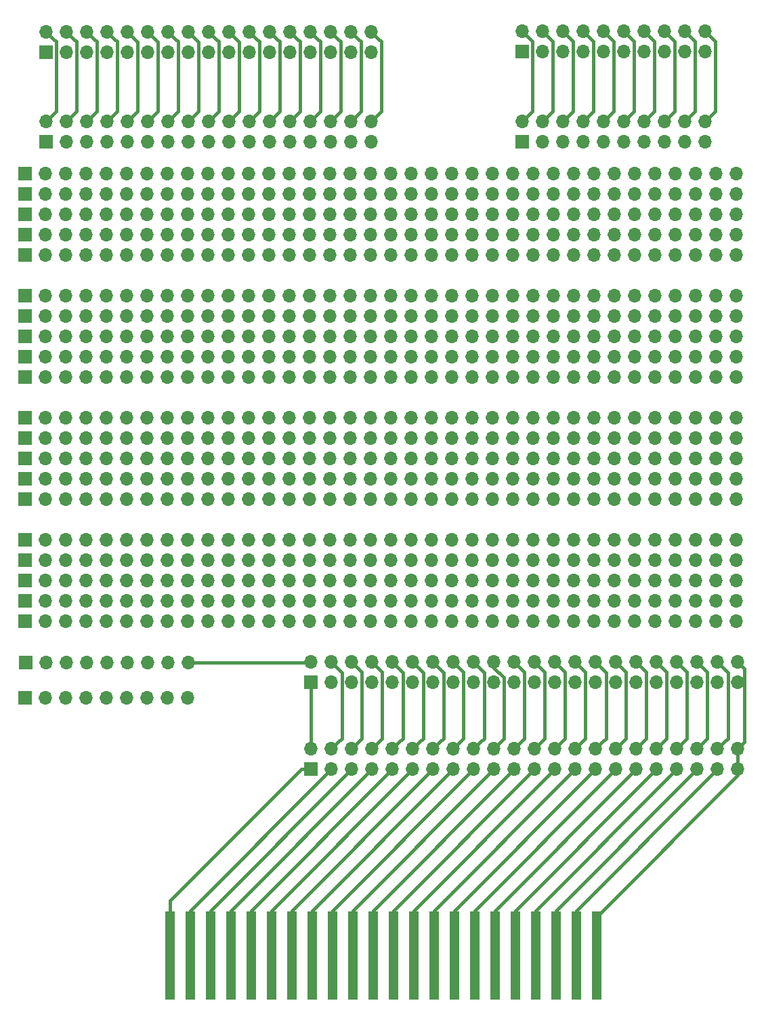
<source format=gbr>
G04 #@! TF.GenerationSoftware,KiCad,Pcbnew,(5.1.2-1)-1*
G04 #@! TF.CreationDate,2022-07-30T23:34:54+02:00*
G04 #@! TF.ProjectId,ElectronBreadBoard,456c6563-7472-46f6-9e42-72656164426f,rev?*
G04 #@! TF.SameCoordinates,Original*
G04 #@! TF.FileFunction,Copper,L1,Top*
G04 #@! TF.FilePolarity,Positive*
%FSLAX46Y46*%
G04 Gerber Fmt 4.6, Leading zero omitted, Abs format (unit mm)*
G04 Created by KiCad (PCBNEW (5.1.2-1)-1) date 2022-07-30 23:34:54*
%MOMM*%
%LPD*%
G04 APERTURE LIST*
%ADD10R,1.270000X11.000000*%
%ADD11O,1.700000X1.700000*%
%ADD12R,1.700000X1.700000*%
%ADD13C,0.400000*%
%ADD14C,0.250000*%
G04 APERTURE END LIST*
D10*
X137965000Y-171750000D03*
X135425000Y-171750000D03*
X132885000Y-171750000D03*
X130345000Y-171750000D03*
X127805000Y-171750000D03*
X125265000Y-171750000D03*
X122725000Y-171750000D03*
X120185000Y-171750000D03*
X117645000Y-171750000D03*
X115105000Y-171750000D03*
X112565000Y-171750000D03*
X110025000Y-171750000D03*
X107485000Y-171750000D03*
X104945000Y-171750000D03*
X102405000Y-171750000D03*
X99865000Y-171750000D03*
X97325000Y-171750000D03*
X94785000Y-171750000D03*
X92245000Y-171750000D03*
X89705000Y-171750000D03*
X87165000Y-171750000D03*
X84625000Y-171750000D03*
D11*
X155630000Y-145940000D03*
X155630000Y-148480000D03*
X153090000Y-145940000D03*
X153090000Y-148480000D03*
X150550000Y-145940000D03*
X150550000Y-148480000D03*
X148010000Y-145940000D03*
X148010000Y-148480000D03*
X145470000Y-145940000D03*
X145470000Y-148480000D03*
X142930000Y-145940000D03*
X142930000Y-148480000D03*
X140390000Y-145940000D03*
X140390000Y-148480000D03*
X137850000Y-145940000D03*
X137850000Y-148480000D03*
X135310000Y-145940000D03*
X135310000Y-148480000D03*
X132770000Y-145940000D03*
X132770000Y-148480000D03*
X130230000Y-145940000D03*
X130230000Y-148480000D03*
X127690000Y-145940000D03*
X127690000Y-148480000D03*
X125150000Y-145940000D03*
X125150000Y-148480000D03*
X122610000Y-145940000D03*
X122610000Y-148480000D03*
X120070000Y-145940000D03*
X120070000Y-148480000D03*
X117530000Y-145940000D03*
X117530000Y-148480000D03*
X114990000Y-145940000D03*
X114990000Y-148480000D03*
X112450000Y-145940000D03*
X112450000Y-148480000D03*
X109910000Y-145940000D03*
X109910000Y-148480000D03*
X107370000Y-145940000D03*
X107370000Y-148480000D03*
X104830000Y-145940000D03*
X104830000Y-148480000D03*
X102290000Y-145940000D03*
D12*
X102290000Y-148480000D03*
D11*
X86850000Y-139610000D03*
X84310000Y-139610000D03*
X81770000Y-139610000D03*
X79230000Y-139610000D03*
X76690000Y-139610000D03*
X74150000Y-139610000D03*
X71610000Y-139610000D03*
X69070000Y-139610000D03*
D12*
X66530000Y-139610000D03*
D11*
X86890000Y-135140000D03*
X84350000Y-135140000D03*
X81810000Y-135140000D03*
X79270000Y-135140000D03*
X76730000Y-135140000D03*
X74190000Y-135140000D03*
X71650000Y-135140000D03*
X69110000Y-135140000D03*
D12*
X66570000Y-135140000D03*
D11*
X109780000Y-56390000D03*
X109780000Y-58930000D03*
X107240000Y-56390000D03*
X107240000Y-58930000D03*
X104700000Y-56390000D03*
X104700000Y-58930000D03*
X102160000Y-56390000D03*
X102160000Y-58930000D03*
X99620000Y-56390000D03*
X99620000Y-58930000D03*
X97080000Y-56390000D03*
X97080000Y-58930000D03*
X94540000Y-56390000D03*
X94540000Y-58930000D03*
X92000000Y-56390000D03*
X92000000Y-58930000D03*
X89460000Y-56390000D03*
X89460000Y-58930000D03*
X86920000Y-56390000D03*
X86920000Y-58930000D03*
X84380000Y-56390000D03*
X84380000Y-58930000D03*
X81840000Y-56390000D03*
X81840000Y-58930000D03*
X79300000Y-56390000D03*
X79300000Y-58930000D03*
X76760000Y-56390000D03*
X76760000Y-58930000D03*
X74220000Y-56390000D03*
X74220000Y-58930000D03*
X71680000Y-56390000D03*
X71680000Y-58930000D03*
X69140000Y-56390000D03*
D12*
X69140000Y-58930000D03*
D11*
X155430000Y-74160000D03*
X152890000Y-74160000D03*
X150350000Y-74160000D03*
X147810000Y-74160000D03*
X145270000Y-74160000D03*
X142730000Y-74160000D03*
X140190000Y-74160000D03*
X137650000Y-74160000D03*
X135110000Y-74160000D03*
X132570000Y-74160000D03*
X130030000Y-74160000D03*
X127490000Y-74160000D03*
X124950000Y-74160000D03*
X122410000Y-74160000D03*
X119870000Y-74160000D03*
X117330000Y-74160000D03*
X114790000Y-74160000D03*
X112250000Y-74160000D03*
X109710000Y-74160000D03*
X107170000Y-74160000D03*
X104630000Y-74160000D03*
X102090000Y-74160000D03*
X99550000Y-74160000D03*
X97010000Y-74160000D03*
X94470000Y-74160000D03*
X91930000Y-74160000D03*
X89390000Y-74160000D03*
X86850000Y-74160000D03*
X84310000Y-74160000D03*
X81770000Y-74160000D03*
X79230000Y-74160000D03*
X76690000Y-74160000D03*
X74150000Y-74160000D03*
X71610000Y-74160000D03*
X69070000Y-74160000D03*
D12*
X66530000Y-74160000D03*
D11*
X155430000Y-89400000D03*
X152890000Y-89400000D03*
X150350000Y-89400000D03*
X147810000Y-89400000D03*
X145270000Y-89400000D03*
X142730000Y-89400000D03*
X140190000Y-89400000D03*
X137650000Y-89400000D03*
X135110000Y-89400000D03*
X132570000Y-89400000D03*
X130030000Y-89400000D03*
X127490000Y-89400000D03*
X124950000Y-89400000D03*
X122410000Y-89400000D03*
X119870000Y-89400000D03*
X117330000Y-89400000D03*
X114790000Y-89400000D03*
X112250000Y-89400000D03*
X109710000Y-89400000D03*
X107170000Y-89400000D03*
X104630000Y-89400000D03*
X102090000Y-89400000D03*
X99550000Y-89400000D03*
X97010000Y-89400000D03*
X94470000Y-89400000D03*
X91930000Y-89400000D03*
X89390000Y-89400000D03*
X86850000Y-89400000D03*
X84310000Y-89400000D03*
X81770000Y-89400000D03*
X79230000Y-89400000D03*
X76690000Y-89400000D03*
X74150000Y-89400000D03*
X71610000Y-89400000D03*
X69070000Y-89400000D03*
D12*
X66530000Y-89400000D03*
D11*
X155420000Y-76700000D03*
X152880000Y-76700000D03*
X150340000Y-76700000D03*
X147800000Y-76700000D03*
X145260000Y-76700000D03*
X142720000Y-76700000D03*
X140180000Y-76700000D03*
X137640000Y-76700000D03*
X135100000Y-76700000D03*
X132560000Y-76700000D03*
X130020000Y-76700000D03*
X127480000Y-76700000D03*
X124940000Y-76700000D03*
X122400000Y-76700000D03*
X119860000Y-76700000D03*
X117320000Y-76700000D03*
X114780000Y-76700000D03*
X112240000Y-76700000D03*
X109700000Y-76700000D03*
X107160000Y-76700000D03*
X104620000Y-76700000D03*
X102080000Y-76700000D03*
X99540000Y-76700000D03*
X97000000Y-76700000D03*
X94460000Y-76700000D03*
X91920000Y-76700000D03*
X89380000Y-76700000D03*
X86840000Y-76700000D03*
X84300000Y-76700000D03*
X81760000Y-76700000D03*
X79220000Y-76700000D03*
X76680000Y-76700000D03*
X74140000Y-76700000D03*
X71600000Y-76700000D03*
X69060000Y-76700000D03*
D12*
X66520000Y-76700000D03*
D11*
X155430000Y-91940000D03*
X152890000Y-91940000D03*
X150350000Y-91940000D03*
X147810000Y-91940000D03*
X145270000Y-91940000D03*
X142730000Y-91940000D03*
X140190000Y-91940000D03*
X137650000Y-91940000D03*
X135110000Y-91940000D03*
X132570000Y-91940000D03*
X130030000Y-91940000D03*
X127490000Y-91940000D03*
X124950000Y-91940000D03*
X122410000Y-91940000D03*
X119870000Y-91940000D03*
X117330000Y-91940000D03*
X114790000Y-91940000D03*
X112250000Y-91940000D03*
X109710000Y-91940000D03*
X107170000Y-91940000D03*
X104630000Y-91940000D03*
X102090000Y-91940000D03*
X99550000Y-91940000D03*
X97010000Y-91940000D03*
X94470000Y-91940000D03*
X91930000Y-91940000D03*
X89390000Y-91940000D03*
X86850000Y-91940000D03*
X84310000Y-91940000D03*
X81770000Y-91940000D03*
X79230000Y-91940000D03*
X76690000Y-91940000D03*
X74150000Y-91940000D03*
X71610000Y-91940000D03*
X69070000Y-91940000D03*
D12*
X66530000Y-91940000D03*
D11*
X155430000Y-79240000D03*
X152890000Y-79240000D03*
X150350000Y-79240000D03*
X147810000Y-79240000D03*
X145270000Y-79240000D03*
X142730000Y-79240000D03*
X140190000Y-79240000D03*
X137650000Y-79240000D03*
X135110000Y-79240000D03*
X132570000Y-79240000D03*
X130030000Y-79240000D03*
X127490000Y-79240000D03*
X124950000Y-79240000D03*
X122410000Y-79240000D03*
X119870000Y-79240000D03*
X117330000Y-79240000D03*
X114790000Y-79240000D03*
X112250000Y-79240000D03*
X109710000Y-79240000D03*
X107170000Y-79240000D03*
X104630000Y-79240000D03*
X102090000Y-79240000D03*
X99550000Y-79240000D03*
X97010000Y-79240000D03*
X94470000Y-79240000D03*
X91930000Y-79240000D03*
X89390000Y-79240000D03*
X86850000Y-79240000D03*
X84310000Y-79240000D03*
X81770000Y-79240000D03*
X79230000Y-79240000D03*
X76690000Y-79240000D03*
X74150000Y-79240000D03*
X71610000Y-79240000D03*
X69070000Y-79240000D03*
D12*
X66530000Y-79240000D03*
D11*
X155430000Y-94480000D03*
X152890000Y-94480000D03*
X150350000Y-94480000D03*
X147810000Y-94480000D03*
X145270000Y-94480000D03*
X142730000Y-94480000D03*
X140190000Y-94480000D03*
X137650000Y-94480000D03*
X135110000Y-94480000D03*
X132570000Y-94480000D03*
X130030000Y-94480000D03*
X127490000Y-94480000D03*
X124950000Y-94480000D03*
X122410000Y-94480000D03*
X119870000Y-94480000D03*
X117330000Y-94480000D03*
X114790000Y-94480000D03*
X112250000Y-94480000D03*
X109710000Y-94480000D03*
X107170000Y-94480000D03*
X104630000Y-94480000D03*
X102090000Y-94480000D03*
X99550000Y-94480000D03*
X97010000Y-94480000D03*
X94470000Y-94480000D03*
X91930000Y-94480000D03*
X89390000Y-94480000D03*
X86850000Y-94480000D03*
X84310000Y-94480000D03*
X81770000Y-94480000D03*
X79230000Y-94480000D03*
X76690000Y-94480000D03*
X74150000Y-94480000D03*
X71610000Y-94480000D03*
X69070000Y-94480000D03*
D12*
X66530000Y-94480000D03*
D11*
X155430000Y-81780000D03*
X152890000Y-81780000D03*
X150350000Y-81780000D03*
X147810000Y-81780000D03*
X145270000Y-81780000D03*
X142730000Y-81780000D03*
X140190000Y-81780000D03*
X137650000Y-81780000D03*
X135110000Y-81780000D03*
X132570000Y-81780000D03*
X130030000Y-81780000D03*
X127490000Y-81780000D03*
X124950000Y-81780000D03*
X122410000Y-81780000D03*
X119870000Y-81780000D03*
X117330000Y-81780000D03*
X114790000Y-81780000D03*
X112250000Y-81780000D03*
X109710000Y-81780000D03*
X107170000Y-81780000D03*
X104630000Y-81780000D03*
X102090000Y-81780000D03*
X99550000Y-81780000D03*
X97010000Y-81780000D03*
X94470000Y-81780000D03*
X91930000Y-81780000D03*
X89390000Y-81780000D03*
X86850000Y-81780000D03*
X84310000Y-81780000D03*
X81770000Y-81780000D03*
X79230000Y-81780000D03*
X76690000Y-81780000D03*
X74150000Y-81780000D03*
X71610000Y-81780000D03*
X69070000Y-81780000D03*
D12*
X66530000Y-81780000D03*
D11*
X155430000Y-97020000D03*
X152890000Y-97020000D03*
X150350000Y-97020000D03*
X147810000Y-97020000D03*
X145270000Y-97020000D03*
X142730000Y-97020000D03*
X140190000Y-97020000D03*
X137650000Y-97020000D03*
X135110000Y-97020000D03*
X132570000Y-97020000D03*
X130030000Y-97020000D03*
X127490000Y-97020000D03*
X124950000Y-97020000D03*
X122410000Y-97020000D03*
X119870000Y-97020000D03*
X117330000Y-97020000D03*
X114790000Y-97020000D03*
X112250000Y-97020000D03*
X109710000Y-97020000D03*
X107170000Y-97020000D03*
X104630000Y-97020000D03*
X102090000Y-97020000D03*
X99550000Y-97020000D03*
X97010000Y-97020000D03*
X94470000Y-97020000D03*
X91930000Y-97020000D03*
X89390000Y-97020000D03*
X86850000Y-97020000D03*
X84310000Y-97020000D03*
X81770000Y-97020000D03*
X79230000Y-97020000D03*
X76690000Y-97020000D03*
X74150000Y-97020000D03*
X71610000Y-97020000D03*
X69070000Y-97020000D03*
D12*
X66530000Y-97020000D03*
D11*
X155430000Y-84320000D03*
X152890000Y-84320000D03*
X150350000Y-84320000D03*
X147810000Y-84320000D03*
X145270000Y-84320000D03*
X142730000Y-84320000D03*
X140190000Y-84320000D03*
X137650000Y-84320000D03*
X135110000Y-84320000D03*
X132570000Y-84320000D03*
X130030000Y-84320000D03*
X127490000Y-84320000D03*
X124950000Y-84320000D03*
X122410000Y-84320000D03*
X119870000Y-84320000D03*
X117330000Y-84320000D03*
X114790000Y-84320000D03*
X112250000Y-84320000D03*
X109710000Y-84320000D03*
X107170000Y-84320000D03*
X104630000Y-84320000D03*
X102090000Y-84320000D03*
X99550000Y-84320000D03*
X97010000Y-84320000D03*
X94470000Y-84320000D03*
X91930000Y-84320000D03*
X89390000Y-84320000D03*
X86850000Y-84320000D03*
X84310000Y-84320000D03*
X81770000Y-84320000D03*
X79230000Y-84320000D03*
X76690000Y-84320000D03*
X74150000Y-84320000D03*
X71610000Y-84320000D03*
X69070000Y-84320000D03*
D12*
X66530000Y-84320000D03*
D11*
X155430000Y-99560000D03*
X152890000Y-99560000D03*
X150350000Y-99560000D03*
X147810000Y-99560000D03*
X145270000Y-99560000D03*
X142730000Y-99560000D03*
X140190000Y-99560000D03*
X137650000Y-99560000D03*
X135110000Y-99560000D03*
X132570000Y-99560000D03*
X130030000Y-99560000D03*
X127490000Y-99560000D03*
X124950000Y-99560000D03*
X122410000Y-99560000D03*
X119870000Y-99560000D03*
X117330000Y-99560000D03*
X114790000Y-99560000D03*
X112250000Y-99560000D03*
X109710000Y-99560000D03*
X107170000Y-99560000D03*
X104630000Y-99560000D03*
X102090000Y-99560000D03*
X99550000Y-99560000D03*
X97010000Y-99560000D03*
X94470000Y-99560000D03*
X91930000Y-99560000D03*
X89390000Y-99560000D03*
X86850000Y-99560000D03*
X84310000Y-99560000D03*
X81770000Y-99560000D03*
X79230000Y-99560000D03*
X76690000Y-99560000D03*
X74150000Y-99560000D03*
X71610000Y-99560000D03*
X69070000Y-99560000D03*
D12*
X66530000Y-99560000D03*
D11*
X155430000Y-104640000D03*
X152890000Y-104640000D03*
X150350000Y-104640000D03*
X147810000Y-104640000D03*
X145270000Y-104640000D03*
X142730000Y-104640000D03*
X140190000Y-104640000D03*
X137650000Y-104640000D03*
X135110000Y-104640000D03*
X132570000Y-104640000D03*
X130030000Y-104640000D03*
X127490000Y-104640000D03*
X124950000Y-104640000D03*
X122410000Y-104640000D03*
X119870000Y-104640000D03*
X117330000Y-104640000D03*
X114790000Y-104640000D03*
X112250000Y-104640000D03*
X109710000Y-104640000D03*
X107170000Y-104640000D03*
X104630000Y-104640000D03*
X102090000Y-104640000D03*
X99550000Y-104640000D03*
X97010000Y-104640000D03*
X94470000Y-104640000D03*
X91930000Y-104640000D03*
X89390000Y-104640000D03*
X86850000Y-104640000D03*
X84310000Y-104640000D03*
X81770000Y-104640000D03*
X79230000Y-104640000D03*
X76690000Y-104640000D03*
X74150000Y-104640000D03*
X71610000Y-104640000D03*
X69070000Y-104640000D03*
D12*
X66530000Y-104640000D03*
D11*
X155430000Y-119880000D03*
X152890000Y-119880000D03*
X150350000Y-119880000D03*
X147810000Y-119880000D03*
X145270000Y-119880000D03*
X142730000Y-119880000D03*
X140190000Y-119880000D03*
X137650000Y-119880000D03*
X135110000Y-119880000D03*
X132570000Y-119880000D03*
X130030000Y-119880000D03*
X127490000Y-119880000D03*
X124950000Y-119880000D03*
X122410000Y-119880000D03*
X119870000Y-119880000D03*
X117330000Y-119880000D03*
X114790000Y-119880000D03*
X112250000Y-119880000D03*
X109710000Y-119880000D03*
X107170000Y-119880000D03*
X104630000Y-119880000D03*
X102090000Y-119880000D03*
X99550000Y-119880000D03*
X97010000Y-119880000D03*
X94470000Y-119880000D03*
X91930000Y-119880000D03*
X89390000Y-119880000D03*
X86850000Y-119880000D03*
X84310000Y-119880000D03*
X81770000Y-119880000D03*
X79230000Y-119880000D03*
X76690000Y-119880000D03*
X74150000Y-119880000D03*
X71610000Y-119880000D03*
X69070000Y-119880000D03*
D12*
X66530000Y-119880000D03*
D11*
X155430000Y-107180000D03*
X152890000Y-107180000D03*
X150350000Y-107180000D03*
X147810000Y-107180000D03*
X145270000Y-107180000D03*
X142730000Y-107180000D03*
X140190000Y-107180000D03*
X137650000Y-107180000D03*
X135110000Y-107180000D03*
X132570000Y-107180000D03*
X130030000Y-107180000D03*
X127490000Y-107180000D03*
X124950000Y-107180000D03*
X122410000Y-107180000D03*
X119870000Y-107180000D03*
X117330000Y-107180000D03*
X114790000Y-107180000D03*
X112250000Y-107180000D03*
X109710000Y-107180000D03*
X107170000Y-107180000D03*
X104630000Y-107180000D03*
X102090000Y-107180000D03*
X99550000Y-107180000D03*
X97010000Y-107180000D03*
X94470000Y-107180000D03*
X91930000Y-107180000D03*
X89390000Y-107180000D03*
X86850000Y-107180000D03*
X84310000Y-107180000D03*
X81770000Y-107180000D03*
X79230000Y-107180000D03*
X76690000Y-107180000D03*
X74150000Y-107180000D03*
X71610000Y-107180000D03*
X69070000Y-107180000D03*
D12*
X66530000Y-107180000D03*
D11*
X155430000Y-122420000D03*
X152890000Y-122420000D03*
X150350000Y-122420000D03*
X147810000Y-122420000D03*
X145270000Y-122420000D03*
X142730000Y-122420000D03*
X140190000Y-122420000D03*
X137650000Y-122420000D03*
X135110000Y-122420000D03*
X132570000Y-122420000D03*
X130030000Y-122420000D03*
X127490000Y-122420000D03*
X124950000Y-122420000D03*
X122410000Y-122420000D03*
X119870000Y-122420000D03*
X117330000Y-122420000D03*
X114790000Y-122420000D03*
X112250000Y-122420000D03*
X109710000Y-122420000D03*
X107170000Y-122420000D03*
X104630000Y-122420000D03*
X102090000Y-122420000D03*
X99550000Y-122420000D03*
X97010000Y-122420000D03*
X94470000Y-122420000D03*
X91930000Y-122420000D03*
X89390000Y-122420000D03*
X86850000Y-122420000D03*
X84310000Y-122420000D03*
X81770000Y-122420000D03*
X79230000Y-122420000D03*
X76690000Y-122420000D03*
X74150000Y-122420000D03*
X71610000Y-122420000D03*
X69070000Y-122420000D03*
D12*
X66530000Y-122420000D03*
D11*
X155430000Y-109720000D03*
X152890000Y-109720000D03*
X150350000Y-109720000D03*
X147810000Y-109720000D03*
X145270000Y-109720000D03*
X142730000Y-109720000D03*
X140190000Y-109720000D03*
X137650000Y-109720000D03*
X135110000Y-109720000D03*
X132570000Y-109720000D03*
X130030000Y-109720000D03*
X127490000Y-109720000D03*
X124950000Y-109720000D03*
X122410000Y-109720000D03*
X119870000Y-109720000D03*
X117330000Y-109720000D03*
X114790000Y-109720000D03*
X112250000Y-109720000D03*
X109710000Y-109720000D03*
X107170000Y-109720000D03*
X104630000Y-109720000D03*
X102090000Y-109720000D03*
X99550000Y-109720000D03*
X97010000Y-109720000D03*
X94470000Y-109720000D03*
X91930000Y-109720000D03*
X89390000Y-109720000D03*
X86850000Y-109720000D03*
X84310000Y-109720000D03*
X81770000Y-109720000D03*
X79230000Y-109720000D03*
X76690000Y-109720000D03*
X74150000Y-109720000D03*
X71610000Y-109720000D03*
X69070000Y-109720000D03*
D12*
X66530000Y-109720000D03*
D11*
X155430000Y-124960000D03*
X152890000Y-124960000D03*
X150350000Y-124960000D03*
X147810000Y-124960000D03*
X145270000Y-124960000D03*
X142730000Y-124960000D03*
X140190000Y-124960000D03*
X137650000Y-124960000D03*
X135110000Y-124960000D03*
X132570000Y-124960000D03*
X130030000Y-124960000D03*
X127490000Y-124960000D03*
X124950000Y-124960000D03*
X122410000Y-124960000D03*
X119870000Y-124960000D03*
X117330000Y-124960000D03*
X114790000Y-124960000D03*
X112250000Y-124960000D03*
X109710000Y-124960000D03*
X107170000Y-124960000D03*
X104630000Y-124960000D03*
X102090000Y-124960000D03*
X99550000Y-124960000D03*
X97010000Y-124960000D03*
X94470000Y-124960000D03*
X91930000Y-124960000D03*
X89390000Y-124960000D03*
X86850000Y-124960000D03*
X84310000Y-124960000D03*
X81770000Y-124960000D03*
X79230000Y-124960000D03*
X76690000Y-124960000D03*
X74150000Y-124960000D03*
X71610000Y-124960000D03*
X69070000Y-124960000D03*
D12*
X66530000Y-124960000D03*
D11*
X155430000Y-112260000D03*
X152890000Y-112260000D03*
X150350000Y-112260000D03*
X147810000Y-112260000D03*
X145270000Y-112260000D03*
X142730000Y-112260000D03*
X140190000Y-112260000D03*
X137650000Y-112260000D03*
X135110000Y-112260000D03*
X132570000Y-112260000D03*
X130030000Y-112260000D03*
X127490000Y-112260000D03*
X124950000Y-112260000D03*
X122410000Y-112260000D03*
X119870000Y-112260000D03*
X117330000Y-112260000D03*
X114790000Y-112260000D03*
X112250000Y-112260000D03*
X109710000Y-112260000D03*
X107170000Y-112260000D03*
X104630000Y-112260000D03*
X102090000Y-112260000D03*
X99550000Y-112260000D03*
X97010000Y-112260000D03*
X94470000Y-112260000D03*
X91930000Y-112260000D03*
X89390000Y-112260000D03*
X86850000Y-112260000D03*
X84310000Y-112260000D03*
X81770000Y-112260000D03*
X79230000Y-112260000D03*
X76690000Y-112260000D03*
X74150000Y-112260000D03*
X71610000Y-112260000D03*
X69070000Y-112260000D03*
D12*
X66530000Y-112260000D03*
D11*
X155430000Y-127500000D03*
X152890000Y-127500000D03*
X150350000Y-127500000D03*
X147810000Y-127500000D03*
X145270000Y-127500000D03*
X142730000Y-127500000D03*
X140190000Y-127500000D03*
X137650000Y-127500000D03*
X135110000Y-127500000D03*
X132570000Y-127500000D03*
X130030000Y-127500000D03*
X127490000Y-127500000D03*
X124950000Y-127500000D03*
X122410000Y-127500000D03*
X119870000Y-127500000D03*
X117330000Y-127500000D03*
X114790000Y-127500000D03*
X112250000Y-127500000D03*
X109710000Y-127500000D03*
X107170000Y-127500000D03*
X104630000Y-127500000D03*
X102090000Y-127500000D03*
X99550000Y-127500000D03*
X97010000Y-127500000D03*
X94470000Y-127500000D03*
X91930000Y-127500000D03*
X89390000Y-127500000D03*
X86850000Y-127500000D03*
X84310000Y-127500000D03*
X81770000Y-127500000D03*
X79230000Y-127500000D03*
X76690000Y-127500000D03*
X74150000Y-127500000D03*
X71610000Y-127500000D03*
X69070000Y-127500000D03*
D12*
X66530000Y-127500000D03*
D11*
X155430000Y-114800000D03*
X152890000Y-114800000D03*
X150350000Y-114800000D03*
X147810000Y-114800000D03*
X145270000Y-114800000D03*
X142730000Y-114800000D03*
X140190000Y-114800000D03*
X137650000Y-114800000D03*
X135110000Y-114800000D03*
X132570000Y-114800000D03*
X130030000Y-114800000D03*
X127490000Y-114800000D03*
X124950000Y-114800000D03*
X122410000Y-114800000D03*
X119870000Y-114800000D03*
X117330000Y-114800000D03*
X114790000Y-114800000D03*
X112250000Y-114800000D03*
X109710000Y-114800000D03*
X107170000Y-114800000D03*
X104630000Y-114800000D03*
X102090000Y-114800000D03*
X99550000Y-114800000D03*
X97010000Y-114800000D03*
X94470000Y-114800000D03*
X91930000Y-114800000D03*
X89390000Y-114800000D03*
X86850000Y-114800000D03*
X84310000Y-114800000D03*
X81770000Y-114800000D03*
X79230000Y-114800000D03*
X76690000Y-114800000D03*
X74150000Y-114800000D03*
X71610000Y-114800000D03*
X69070000Y-114800000D03*
D12*
X66530000Y-114800000D03*
D11*
X155430000Y-130040000D03*
X152890000Y-130040000D03*
X150350000Y-130040000D03*
X147810000Y-130040000D03*
X145270000Y-130040000D03*
X142730000Y-130040000D03*
X140190000Y-130040000D03*
X137650000Y-130040000D03*
X135110000Y-130040000D03*
X132570000Y-130040000D03*
X130030000Y-130040000D03*
X127490000Y-130040000D03*
X124950000Y-130040000D03*
X122410000Y-130040000D03*
X119870000Y-130040000D03*
X117330000Y-130040000D03*
X114790000Y-130040000D03*
X112250000Y-130040000D03*
X109710000Y-130040000D03*
X107170000Y-130040000D03*
X104630000Y-130040000D03*
X102090000Y-130040000D03*
X99550000Y-130040000D03*
X97010000Y-130040000D03*
X94470000Y-130040000D03*
X91930000Y-130040000D03*
X89390000Y-130040000D03*
X86850000Y-130040000D03*
X84310000Y-130040000D03*
X81770000Y-130040000D03*
X79230000Y-130040000D03*
X76690000Y-130040000D03*
X74150000Y-130040000D03*
X71610000Y-130040000D03*
X69070000Y-130040000D03*
D12*
X66530000Y-130040000D03*
D11*
X151540000Y-67620000D03*
X151540000Y-70160000D03*
X149000000Y-67620000D03*
X149000000Y-70160000D03*
X146460000Y-67620000D03*
X146460000Y-70160000D03*
X143920000Y-67620000D03*
X143920000Y-70160000D03*
X141380000Y-67620000D03*
X141380000Y-70160000D03*
X138840000Y-67620000D03*
X138840000Y-70160000D03*
X136300000Y-67620000D03*
X136300000Y-70160000D03*
X133760000Y-67620000D03*
X133760000Y-70160000D03*
X131220000Y-67620000D03*
X131220000Y-70160000D03*
X128680000Y-67620000D03*
D12*
X128680000Y-70160000D03*
D11*
X151540000Y-56360000D03*
X151540000Y-58900000D03*
X149000000Y-56360000D03*
X149000000Y-58900000D03*
X146460000Y-56360000D03*
X146460000Y-58900000D03*
X143920000Y-56360000D03*
X143920000Y-58900000D03*
X141380000Y-56360000D03*
X141380000Y-58900000D03*
X138840000Y-56360000D03*
X138840000Y-58900000D03*
X136300000Y-56360000D03*
X136300000Y-58900000D03*
X133760000Y-56360000D03*
X133760000Y-58900000D03*
X131220000Y-56360000D03*
X131220000Y-58900000D03*
X128680000Y-56360000D03*
D12*
X128680000Y-58900000D03*
D11*
X109780000Y-67620000D03*
X109780000Y-70160000D03*
X107240000Y-67620000D03*
X107240000Y-70160000D03*
X104700000Y-67620000D03*
X104700000Y-70160000D03*
X102160000Y-67620000D03*
X102160000Y-70160000D03*
X99620000Y-67620000D03*
X99620000Y-70160000D03*
X97080000Y-67620000D03*
X97080000Y-70160000D03*
X94540000Y-67620000D03*
X94540000Y-70160000D03*
X92000000Y-67620000D03*
X92000000Y-70160000D03*
X89460000Y-67620000D03*
X89460000Y-70160000D03*
X86920000Y-67620000D03*
X86920000Y-70160000D03*
X84380000Y-67620000D03*
X84380000Y-70160000D03*
X81840000Y-67620000D03*
X81840000Y-70160000D03*
X79300000Y-67620000D03*
X79300000Y-70160000D03*
X76760000Y-67620000D03*
X76760000Y-70160000D03*
X74220000Y-67620000D03*
X74220000Y-70160000D03*
X71680000Y-67620000D03*
X71680000Y-70160000D03*
X69140000Y-67620000D03*
D12*
X69140000Y-70160000D03*
D11*
X155630000Y-135120000D03*
X155630000Y-137660000D03*
X153090000Y-135120000D03*
X153090000Y-137660000D03*
X150550000Y-135120000D03*
X150550000Y-137660000D03*
X148010000Y-135120000D03*
X148010000Y-137660000D03*
X145470000Y-135120000D03*
X145470000Y-137660000D03*
X142930000Y-135120000D03*
X142930000Y-137660000D03*
X140390000Y-135120000D03*
X140390000Y-137660000D03*
X137850000Y-135120000D03*
X137850000Y-137660000D03*
X135310000Y-135120000D03*
X135310000Y-137660000D03*
X132770000Y-135120000D03*
X132770000Y-137660000D03*
X130230000Y-135120000D03*
X130230000Y-137660000D03*
X127690000Y-135120000D03*
X127690000Y-137660000D03*
X125150000Y-135120000D03*
X125150000Y-137660000D03*
X122610000Y-135120000D03*
X122610000Y-137660000D03*
X120070000Y-135120000D03*
X120070000Y-137660000D03*
X117530000Y-135120000D03*
X117530000Y-137660000D03*
X114990000Y-135120000D03*
X114990000Y-137660000D03*
X112450000Y-135120000D03*
X112450000Y-137660000D03*
X109910000Y-135120000D03*
X109910000Y-137660000D03*
X107370000Y-135120000D03*
X107370000Y-137660000D03*
X104830000Y-135120000D03*
X104830000Y-137660000D03*
X102290000Y-135120000D03*
D12*
X102290000Y-137660000D03*
D13*
X156479999Y-145090001D02*
X155630000Y-145940000D01*
X156479999Y-135969999D02*
X156479999Y-145090001D01*
X155630000Y-135120000D02*
X156479999Y-135969999D01*
X155630000Y-147142081D02*
X155630000Y-145940000D01*
X155630000Y-149220000D02*
X155630000Y-147142081D01*
X137965000Y-166885000D02*
X155630000Y-149220000D01*
X137965000Y-171750000D02*
X137965000Y-166885000D01*
X100870001Y-57640001D02*
X100469999Y-57239999D01*
X100870001Y-66369999D02*
X100870001Y-57640001D01*
X100469999Y-57239999D02*
X99620000Y-56390000D01*
X99620000Y-67620000D02*
X100870001Y-66369999D01*
X153939999Y-145090001D02*
X153090000Y-145940000D01*
X154379999Y-144650001D02*
X153939999Y-145090001D01*
X154379999Y-136409999D02*
X154379999Y-144650001D01*
X153090000Y-135120000D02*
X154379999Y-136409999D01*
X152240001Y-149329999D02*
X153090000Y-148480000D01*
X135425000Y-166145000D02*
X152240001Y-149329999D01*
X135425000Y-171750000D02*
X135425000Y-166145000D01*
X151800001Y-144689999D02*
X151399999Y-145090001D01*
X151399999Y-145090001D02*
X150550000Y-145940000D01*
X151800001Y-136370001D02*
X151800001Y-144689999D01*
X150550000Y-135120000D02*
X151800001Y-136370001D01*
X92849999Y-57239999D02*
X92000000Y-56390000D01*
X93289999Y-57679999D02*
X92849999Y-57239999D01*
X93289999Y-66330001D02*
X93289999Y-57679999D01*
X92000000Y-67620000D02*
X93289999Y-66330001D01*
X149700001Y-149329999D02*
X150550000Y-148480000D01*
X132885000Y-166145000D02*
X149700001Y-149329999D01*
X132885000Y-171750000D02*
X132885000Y-166145000D01*
X149260001Y-144689999D02*
X148859999Y-145090001D01*
X148859999Y-145090001D02*
X148010000Y-145940000D01*
X149260001Y-136370001D02*
X149260001Y-144689999D01*
X148010000Y-135120000D02*
X149260001Y-136370001D01*
X90309999Y-57239999D02*
X89460000Y-56390000D01*
X90710001Y-57640001D02*
X90309999Y-57239999D01*
X90710001Y-66369999D02*
X90710001Y-57640001D01*
X89460000Y-67620000D02*
X90710001Y-66369999D01*
X147160001Y-149329999D02*
X148010000Y-148480000D01*
X130345000Y-166145000D02*
X147160001Y-149329999D01*
X130345000Y-171750000D02*
X130345000Y-166145000D01*
X146319999Y-145090001D02*
X145470000Y-145940000D01*
X146720001Y-136370001D02*
X146720001Y-144689999D01*
X146720001Y-144689999D02*
X146319999Y-145090001D01*
X145470000Y-135120000D02*
X146720001Y-136370001D01*
X144620001Y-149329999D02*
X145470000Y-148480000D01*
X127805000Y-166145000D02*
X144620001Y-149329999D01*
X127805000Y-171750000D02*
X127805000Y-166145000D01*
X143779999Y-145090001D02*
X142930000Y-145940000D01*
X144180001Y-144689999D02*
X143779999Y-145090001D01*
X144180001Y-136370001D02*
X144180001Y-144689999D01*
X142930000Y-135120000D02*
X144180001Y-136370001D01*
X103410001Y-57640001D02*
X103009999Y-57239999D01*
X103410001Y-66369999D02*
X103410001Y-57640001D01*
X103009999Y-57239999D02*
X102160000Y-56390000D01*
X102160000Y-67620000D02*
X103410001Y-66369999D01*
X142080001Y-149329999D02*
X142930000Y-148480000D01*
X125265000Y-166145000D02*
X142080001Y-149329999D01*
X125265000Y-171750000D02*
X125265000Y-166145000D01*
X141239999Y-145090001D02*
X140390000Y-145940000D01*
X141640001Y-136370001D02*
X141640001Y-144689999D01*
X141640001Y-144689999D02*
X141239999Y-145090001D01*
X140390000Y-135120000D02*
X141640001Y-136370001D01*
X139540001Y-149329999D02*
X140390000Y-148480000D01*
X122725000Y-166145000D02*
X139540001Y-149329999D01*
X122725000Y-171750000D02*
X122725000Y-166145000D01*
X139139999Y-144650001D02*
X138699999Y-145090001D01*
X139139999Y-136409999D02*
X139139999Y-144650001D01*
X138699999Y-145090001D02*
X137850000Y-145940000D01*
X137850000Y-135120000D02*
X139139999Y-136409999D01*
X105549999Y-57239999D02*
X104700000Y-56390000D01*
X105950001Y-57640001D02*
X105549999Y-57239999D01*
X105950001Y-66369999D02*
X105950001Y-57640001D01*
X104700000Y-67620000D02*
X105950001Y-66369999D01*
X137000001Y-149329999D02*
X137850000Y-148480000D01*
X120185000Y-166145000D02*
X137000001Y-149329999D01*
X120185000Y-171750000D02*
X120185000Y-166145000D01*
X83129999Y-57679999D02*
X82689999Y-57239999D01*
X83129999Y-66330001D02*
X83129999Y-57679999D01*
X82689999Y-57239999D02*
X81840000Y-56390000D01*
X81840000Y-67620000D02*
X83129999Y-66330001D01*
X136560001Y-144689999D02*
X136159999Y-145090001D01*
X136159999Y-145090001D02*
X135310000Y-145940000D01*
X136560001Y-136370001D02*
X136560001Y-144689999D01*
X135310000Y-135120000D02*
X136560001Y-136370001D01*
X134460001Y-149329999D02*
X135310000Y-148480000D01*
X117645000Y-166145000D02*
X134460001Y-149329999D01*
X117645000Y-171750000D02*
X117645000Y-166145000D01*
X80149999Y-57239999D02*
X79300000Y-56390000D01*
X80589999Y-57679999D02*
X80149999Y-57239999D01*
X80589999Y-66330001D02*
X80589999Y-57679999D01*
X79300000Y-67620000D02*
X80589999Y-66330001D01*
X134020001Y-144689999D02*
X133619999Y-145090001D01*
X134020001Y-136370001D02*
X134020001Y-144689999D01*
X133619999Y-145090001D02*
X132770000Y-145940000D01*
X132770000Y-135120000D02*
X134020001Y-136370001D01*
X108490001Y-57640001D02*
X108089999Y-57239999D01*
X108490001Y-66369999D02*
X108490001Y-57640001D01*
X108089999Y-57239999D02*
X107240000Y-56390000D01*
X107240000Y-67620000D02*
X108490001Y-66369999D01*
X115105000Y-166145000D02*
X131920001Y-149329999D01*
X131920001Y-149329999D02*
X132770000Y-148480000D01*
X115105000Y-171750000D02*
X115105000Y-166145000D01*
X77609999Y-57239999D02*
X76760000Y-56390000D01*
X78010001Y-57640001D02*
X77609999Y-57239999D01*
X78010001Y-66369999D02*
X78010001Y-57640001D01*
X76760000Y-67620000D02*
X78010001Y-66369999D01*
X131079999Y-145090001D02*
X130230000Y-145940000D01*
X131480001Y-144689999D02*
X131079999Y-145090001D01*
X131480001Y-136370001D02*
X131480001Y-144689999D01*
X130230000Y-135120000D02*
X131480001Y-136370001D01*
X112565000Y-166145000D02*
X130230000Y-148480000D01*
X112565000Y-171750000D02*
X112565000Y-166145000D01*
X75069999Y-57239999D02*
X74220000Y-56390000D01*
X75470001Y-57640001D02*
X75069999Y-57239999D01*
X75470001Y-66369999D02*
X75470001Y-57640001D01*
X74220000Y-67620000D02*
X75470001Y-66369999D01*
X128940001Y-144689999D02*
X128539999Y-145090001D01*
X128539999Y-145090001D02*
X127690000Y-145940000D01*
X128940001Y-136370001D02*
X128940001Y-144689999D01*
X127690000Y-135120000D02*
X128940001Y-136370001D01*
X110629999Y-57239999D02*
X109780000Y-56390000D01*
X111030001Y-66369999D02*
X111030001Y-57640001D01*
X111030001Y-57640001D02*
X110629999Y-57239999D01*
X109780000Y-67620000D02*
X111030001Y-66369999D01*
X126840001Y-149329999D02*
X127690000Y-148480000D01*
X110025000Y-166145000D02*
X126840001Y-149329999D01*
X110025000Y-171750000D02*
X110025000Y-166145000D01*
X125999999Y-145090001D02*
X125150000Y-145940000D01*
X126400001Y-144689999D02*
X125999999Y-145090001D01*
X126400001Y-137059999D02*
X126400001Y-144689999D01*
X125150000Y-135809998D02*
X126400001Y-137059999D01*
X125150000Y-135120000D02*
X125150000Y-135809998D01*
X124300001Y-149329999D02*
X125150000Y-148480000D01*
X107485000Y-166145000D02*
X124300001Y-149329999D01*
X107485000Y-171750000D02*
X107485000Y-166145000D01*
X123459999Y-145090001D02*
X122610000Y-145940000D01*
X123899999Y-144650001D02*
X123459999Y-145090001D01*
X123899999Y-136409999D02*
X123899999Y-144650001D01*
X122610000Y-135120000D02*
X123899999Y-136409999D01*
D14*
X95715001Y-66444999D02*
X95389999Y-66770001D01*
X95389999Y-66770001D02*
X94540000Y-67620000D01*
X95715001Y-57565001D02*
X95715001Y-66444999D01*
X94540000Y-56390000D02*
X95715001Y-57565001D01*
D13*
X95389999Y-57239999D02*
X94540000Y-56390000D01*
X95790001Y-57640001D02*
X95389999Y-57239999D01*
X95790001Y-66369999D02*
X95790001Y-57640001D01*
X94540000Y-67620000D02*
X95790001Y-66369999D01*
X104945000Y-166145000D02*
X121760001Y-149329999D01*
X121760001Y-149329999D02*
X122610000Y-148480000D01*
X104945000Y-171750000D02*
X104945000Y-166145000D01*
X121320001Y-144689999D02*
X120919999Y-145090001D01*
X120919999Y-145090001D02*
X120070000Y-145940000D01*
X121320001Y-136370001D02*
X121320001Y-144689999D01*
X120070000Y-135120000D02*
X121320001Y-136370001D01*
X119220001Y-149329999D02*
X120070000Y-148480000D01*
X102405000Y-166145000D02*
X119220001Y-149329999D01*
X102405000Y-171750000D02*
X102405000Y-166145000D01*
X118379999Y-145090001D02*
X117530000Y-145940000D01*
X118819999Y-144650001D02*
X118379999Y-145090001D01*
X118819999Y-136409999D02*
X118819999Y-144650001D01*
X117530000Y-135120000D02*
X118819999Y-136409999D01*
X97929999Y-57239999D02*
X97080000Y-56390000D01*
X98330001Y-57640001D02*
X97929999Y-57239999D01*
X98330001Y-66369999D02*
X98330001Y-57640001D01*
X97080000Y-67620000D02*
X98330001Y-66369999D01*
X99865000Y-166145000D02*
X116680001Y-149329999D01*
X116680001Y-149329999D02*
X117530000Y-148480000D01*
X99865000Y-171750000D02*
X99865000Y-166145000D01*
X115839999Y-145090001D02*
X114990000Y-145940000D01*
X116279999Y-136409999D02*
X116279999Y-144650001D01*
X116279999Y-144650001D02*
X115839999Y-145090001D01*
X114990000Y-135120000D02*
X116279999Y-136409999D01*
X97325000Y-166145000D02*
X97325000Y-171750000D01*
X114990000Y-148480000D02*
X97325000Y-166145000D01*
X113299999Y-145090001D02*
X112450000Y-145940000D01*
X113739999Y-144650001D02*
X113299999Y-145090001D01*
X113739999Y-136409999D02*
X113739999Y-144650001D01*
X112450000Y-135120000D02*
X113739999Y-136409999D01*
X94785000Y-166145000D02*
X94785000Y-171750000D01*
X112450000Y-148480000D02*
X94785000Y-166145000D01*
X110759999Y-145090001D02*
X109910000Y-145940000D01*
X111160001Y-144689999D02*
X110759999Y-145090001D01*
X111160001Y-136370001D02*
X111160001Y-144689999D01*
X109910000Y-135120000D02*
X111160001Y-136370001D01*
X92245000Y-166145000D02*
X92245000Y-171750000D01*
X109910000Y-148480000D02*
X92245000Y-166145000D01*
X108219999Y-145090001D02*
X107370000Y-145940000D01*
X108620001Y-144689999D02*
X108219999Y-145090001D01*
X108620001Y-136370001D02*
X108620001Y-144689999D01*
X107370000Y-135120000D02*
X108620001Y-136370001D01*
X89705000Y-166145000D02*
X89705000Y-171750000D01*
X107370000Y-148480000D02*
X89705000Y-166145000D01*
X105679999Y-145090001D02*
X104830000Y-145940000D01*
X106119999Y-144650001D02*
X105679999Y-145090001D01*
X106119999Y-136409999D02*
X106119999Y-144650001D01*
X104830000Y-135120000D02*
X106119999Y-136409999D01*
X87165000Y-166145000D02*
X87165000Y-171750000D01*
X104830000Y-148480000D02*
X87165000Y-166145000D01*
X102270000Y-135140000D02*
X102290000Y-135120000D01*
X86890000Y-135140000D02*
X102270000Y-135140000D01*
X84625000Y-165850000D02*
X84625000Y-171750000D01*
X84625000Y-164895000D02*
X84625000Y-165850000D01*
X101040000Y-148480000D02*
X84625000Y-164895000D01*
X102290000Y-148480000D02*
X101040000Y-148480000D01*
X102290000Y-137660000D02*
X102290000Y-145940000D01*
X87769999Y-57239999D02*
X86920000Y-56390000D01*
X88209999Y-57679999D02*
X87769999Y-57239999D01*
X88209999Y-66330001D02*
X88209999Y-57679999D01*
X86920000Y-67620000D02*
X88209999Y-66330001D01*
X85229999Y-57239999D02*
X84380000Y-56390000D01*
X85630001Y-57640001D02*
X85229999Y-57239999D01*
X85630001Y-66369999D02*
X85630001Y-57640001D01*
X84380000Y-67620000D02*
X85630001Y-66369999D01*
X72529999Y-57239999D02*
X71680000Y-56390000D01*
X72930001Y-57640001D02*
X72529999Y-57239999D01*
X72930001Y-66369999D02*
X72930001Y-57640001D01*
X71680000Y-67620000D02*
X72930001Y-66369999D01*
X69989999Y-57239999D02*
X69140000Y-56390000D01*
X70390001Y-66369999D02*
X70390001Y-57640001D01*
X70390001Y-57640001D02*
X69989999Y-57239999D01*
X69140000Y-67620000D02*
X70390001Y-66369999D01*
X152389999Y-66770001D02*
X151540000Y-67620000D01*
X152790001Y-66369999D02*
X152389999Y-66770001D01*
X152790001Y-57610001D02*
X152790001Y-66369999D01*
X151540000Y-56360000D02*
X152790001Y-57610001D01*
X149849999Y-57209999D02*
X149000000Y-56360000D01*
X150250001Y-57610001D02*
X149849999Y-57209999D01*
X150250001Y-66369999D02*
X150250001Y-57610001D01*
X149000000Y-67620000D02*
X150250001Y-66369999D01*
X147710001Y-57610001D02*
X147309999Y-57209999D01*
X147710001Y-66369999D02*
X147710001Y-57610001D01*
X147309999Y-57209999D02*
X146460000Y-56360000D01*
X146460000Y-67620000D02*
X147710001Y-66369999D01*
X144769999Y-57209999D02*
X143920000Y-56360000D01*
X145170001Y-57610001D02*
X144769999Y-57209999D01*
X145170001Y-66369999D02*
X145170001Y-57610001D01*
X143920000Y-67620000D02*
X145170001Y-66369999D01*
X142229999Y-57209999D02*
X141380000Y-56360000D01*
X142630001Y-57610001D02*
X142229999Y-57209999D01*
X142630001Y-66369999D02*
X142630001Y-57610001D01*
X141380000Y-67620000D02*
X142630001Y-66369999D01*
X139689999Y-57209999D02*
X138840000Y-56360000D01*
X140129999Y-57649999D02*
X139689999Y-57209999D01*
X140129999Y-66330001D02*
X140129999Y-57649999D01*
X138840000Y-67620000D02*
X140129999Y-66330001D01*
X137550001Y-66369999D02*
X137550001Y-57610001D01*
X137149999Y-57209999D02*
X136300000Y-56360000D01*
X137550001Y-57610001D02*
X137149999Y-57209999D01*
X136300000Y-67620000D02*
X137550001Y-66369999D01*
X134609999Y-57209999D02*
X133760000Y-56360000D01*
X135049999Y-57649999D02*
X134609999Y-57209999D01*
X135049999Y-66330001D02*
X135049999Y-57649999D01*
X133760000Y-67620000D02*
X135049999Y-66330001D01*
D14*
X132069999Y-66770001D02*
X131220000Y-67620000D01*
X132395001Y-66444999D02*
X132069999Y-66770001D01*
X132395001Y-57535001D02*
X132395001Y-66444999D01*
X131220000Y-56360000D02*
X132395001Y-57535001D01*
D13*
X132470001Y-57610001D02*
X131220000Y-56360000D01*
X132470001Y-66369999D02*
X132470001Y-57610001D01*
X131220000Y-67620000D02*
X132470001Y-66369999D01*
X129529999Y-57209999D02*
X128680000Y-56360000D01*
X129930001Y-57610001D02*
X129529999Y-57209999D01*
X129930001Y-66369999D02*
X129930001Y-57610001D01*
X128680000Y-67620000D02*
X129930001Y-66369999D01*
M02*

</source>
